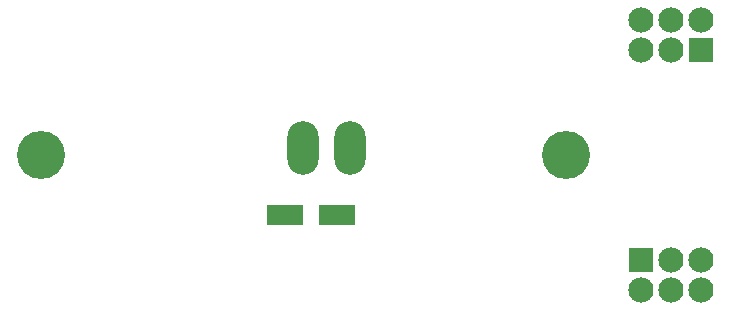
<source format=gbs>
G04 (created by PCBNEW-RS274X (2012-01-19 BZR 3256)-stable) date 3/25/2013 8:12:10 PM*
G01*
G70*
G90*
%MOIN*%
G04 Gerber Fmt 3.4, Leading zero omitted, Abs format*
%FSLAX34Y34*%
G04 APERTURE LIST*
%ADD10C,0.006000*%
%ADD11C,0.160000*%
%ADD12R,0.084000X0.084000*%
%ADD13C,0.084000*%
%ADD14O,0.104000X0.179000*%
%ADD15R,0.122100X0.066900*%
G04 APERTURE END LIST*
G54D10*
G54D11*
X34500Y-22500D03*
X17000Y-22500D03*
G54D12*
X37000Y-26000D03*
G54D13*
X38000Y-26000D03*
X39000Y-26000D03*
X37000Y-27000D03*
X38000Y-27000D03*
X39000Y-27000D03*
G54D12*
X39000Y-19000D03*
G54D13*
X38000Y-19000D03*
X37000Y-19000D03*
X39000Y-18000D03*
X38000Y-18000D03*
X37000Y-18000D03*
G54D14*
X27280Y-22250D03*
X25720Y-22250D03*
G54D15*
X26866Y-24500D03*
X25134Y-24500D03*
M02*

</source>
